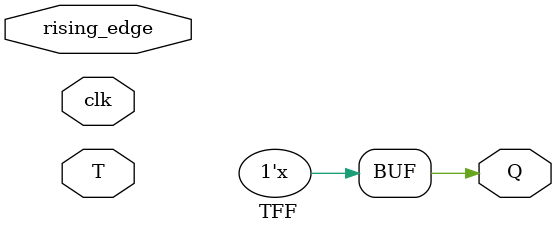
<source format=v>
module TFF (input T, clk, rising_edge, output reg Q);

	reg tmp;
	always @(*) begin
		if(rising_edge == 1) begin
			if (T == 1) begin	
				Q <= ~Q;
			end else begin
				Q <= Q;
			end
		end
	end
endmodule
</source>
